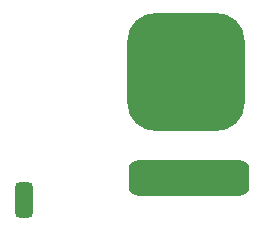
<source format=gtp>
%FSLAX25Y25*%
%MOIN*%
G70*
G01*
G75*
G04 Layer_Color=8421504*
G04:AMPARAMS|DCode=10|XSize=59.06mil|YSize=118.11mil|CornerRadius=14.76mil|HoleSize=0mil|Usage=FLASHONLY|Rotation=180.000|XOffset=0mil|YOffset=0mil|HoleType=Round|Shape=RoundedRectangle|*
%AMROUNDEDRECTD10*
21,1,0.05906,0.08858,0,0,180.0*
21,1,0.02953,0.11811,0,0,180.0*
1,1,0.02953,-0.01476,0.04429*
1,1,0.02953,0.01476,0.04429*
1,1,0.02953,0.01476,-0.04429*
1,1,0.02953,-0.01476,-0.04429*
%
%ADD10ROUNDEDRECTD10*%
G04:AMPARAMS|DCode=11|XSize=393.7mil|YSize=393.7mil|CornerRadius=98.43mil|HoleSize=0mil|Usage=FLASHONLY|Rotation=0.000|XOffset=0mil|YOffset=0mil|HoleType=Round|Shape=RoundedRectangle|*
%AMROUNDEDRECTD11*
21,1,0.39370,0.19685,0,0,0.0*
21,1,0.19685,0.39370,0,0,0.0*
1,1,0.19685,0.09843,-0.09843*
1,1,0.19685,-0.09843,-0.09843*
1,1,0.19685,-0.09843,0.09843*
1,1,0.19685,0.09843,0.09843*
%
%ADD11ROUNDEDRECTD11*%
G04:AMPARAMS|DCode=12|XSize=401.58mil|YSize=118.11mil|CornerRadius=29.53mil|HoleSize=0mil|Usage=FLASHONLY|Rotation=0.000|XOffset=0mil|YOffset=0mil|HoleType=Round|Shape=RoundedRectangle|*
%AMROUNDEDRECTD12*
21,1,0.40158,0.05906,0,0,0.0*
21,1,0.34252,0.11811,0,0,0.0*
1,1,0.05906,0.17126,-0.02953*
1,1,0.05906,-0.17126,-0.02953*
1,1,0.05906,-0.17126,0.02953*
1,1,0.05906,0.17126,0.02953*
%
%ADD12ROUNDEDRECTD12*%
%ADD13C,0.05906*%
%ADD14C,0.07874*%
G04:AMPARAMS|DCode=15|XSize=78.74mil|YSize=78.74mil|CornerRadius=19.69mil|HoleSize=0mil|Usage=FLASHONLY|Rotation=0.000|XOffset=0mil|YOffset=0mil|HoleType=Round|Shape=RoundedRectangle|*
%AMROUNDEDRECTD15*
21,1,0.07874,0.03937,0,0,0.0*
21,1,0.03937,0.07874,0,0,0.0*
1,1,0.03937,0.01969,-0.01969*
1,1,0.03937,-0.01969,-0.01969*
1,1,0.03937,-0.01969,0.01969*
1,1,0.03937,0.01969,0.01969*
%
%ADD15ROUNDEDRECTD15*%
G04:AMPARAMS|DCode=16|XSize=86.61mil|YSize=86.61mil|CornerRadius=21.65mil|HoleSize=0mil|Usage=FLASHONLY|Rotation=90.000|XOffset=0mil|YOffset=0mil|HoleType=Round|Shape=RoundedRectangle|*
%AMROUNDEDRECTD16*
21,1,0.08661,0.04331,0,0,90.0*
21,1,0.04331,0.08661,0,0,90.0*
1,1,0.04331,0.02165,0.02165*
1,1,0.04331,0.02165,-0.02165*
1,1,0.04331,-0.02165,-0.02165*
1,1,0.04331,-0.02165,0.02165*
%
%ADD16ROUNDEDRECTD16*%
G04:AMPARAMS|DCode=17|XSize=86.61mil|YSize=86.61mil|CornerRadius=21.65mil|HoleSize=0mil|Usage=FLASHONLY|Rotation=0.000|XOffset=0mil|YOffset=0mil|HoleType=Round|Shape=RoundedRectangle|*
%AMROUNDEDRECTD17*
21,1,0.08661,0.04331,0,0,0.0*
21,1,0.04331,0.08661,0,0,0.0*
1,1,0.04331,0.02165,-0.02165*
1,1,0.04331,-0.02165,-0.02165*
1,1,0.04331,-0.02165,0.02165*
1,1,0.04331,0.02165,0.02165*
%
%ADD17ROUNDEDRECTD17*%
%ADD18C,0.01575*%
%ADD19C,0.00394*%
%ADD20C,0.01000*%
D10*
X20079Y30315D02*
D03*
D11*
X74016Y72835D02*
D03*
D12*
X74803Y37402D02*
D03*
M02*

</source>
